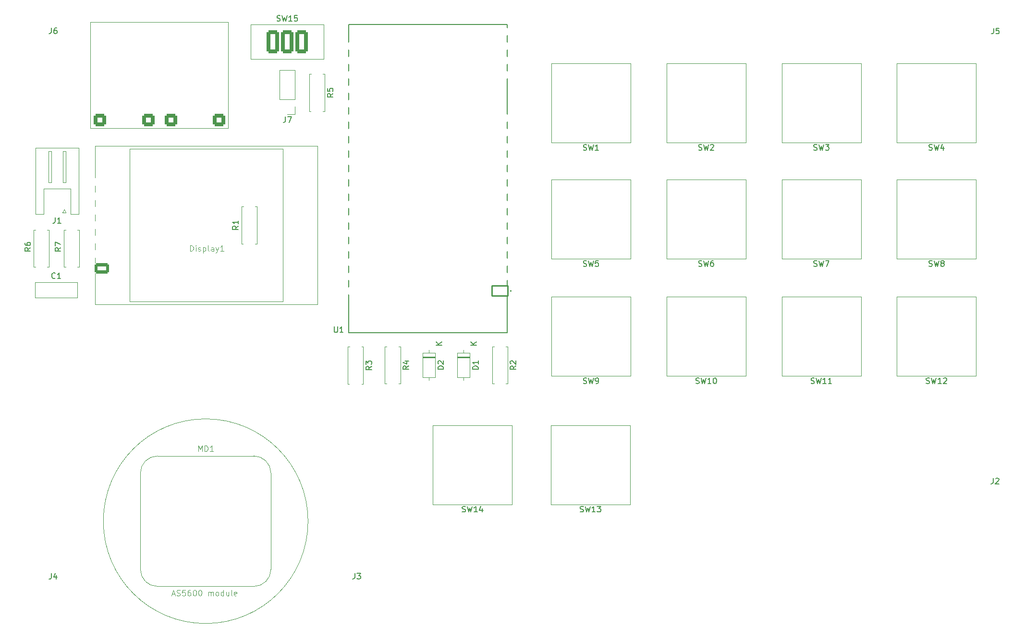
<source format=gbr>
%TF.GenerationSoftware,KiCad,Pcbnew,9.0.0*%
%TF.CreationDate,2025-06-20T14:44:33+02:00*%
%TF.ProjectId,MacroDecKnob,4d616372-6f44-4656-934b-6e6f622e6b69,rev?*%
%TF.SameCoordinates,Original*%
%TF.FileFunction,Legend,Top*%
%TF.FilePolarity,Positive*%
%FSLAX46Y46*%
G04 Gerber Fmt 4.6, Leading zero omitted, Abs format (unit mm)*
G04 Created by KiCad (PCBNEW 9.0.0) date 2025-06-20 14:44:33*
%MOMM*%
%LPD*%
G01*
G04 APERTURE LIST*
G04 Aperture macros list*
%AMRoundRect*
0 Rectangle with rounded corners*
0 $1 Rounding radius*
0 $2 $3 $4 $5 $6 $7 $8 $9 X,Y pos of 4 corners*
0 Add a 4 corners polygon primitive as box body*
4,1,4,$2,$3,$4,$5,$6,$7,$8,$9,$2,$3,0*
0 Add four circle primitives for the rounded corners*
1,1,$1+$1,$2,$3*
1,1,$1+$1,$4,$5*
1,1,$1+$1,$6,$7*
1,1,$1+$1,$8,$9*
0 Add four rect primitives between the rounded corners*
20,1,$1+$1,$2,$3,$4,$5,0*
20,1,$1+$1,$4,$5,$6,$7,0*
20,1,$1+$1,$6,$7,$8,$9,0*
20,1,$1+$1,$8,$9,$2,$3,0*%
G04 Aperture macros list end*
%ADD10C,0.150000*%
%ADD11C,0.100000*%
%ADD12C,0.120000*%
%ADD13C,0.127000*%
%ADD14C,0.200000*%
%ADD15C,2.200000*%
%ADD16C,4.000000*%
%ADD17C,3.000000*%
%ADD18R,2.500000X1.800000*%
%ADD19O,2.500000X1.800000*%
%ADD20RoundRect,0.102000X1.400000X0.900000X-1.400000X0.900000X-1.400000X-0.900000X1.400000X-0.900000X0*%
%ADD21O,3.004000X2.004000*%
%ADD22C,3.200000*%
%ADD23RoundRect,0.264706X0.985294X-0.635294X0.985294X0.635294X-0.985294X0.635294X-0.985294X-0.635294X0*%
%ADD24O,2.800000X1.800000*%
%ADD25R,1.800000X2.800000*%
%ADD26O,1.800000X2.800000*%
%ADD27C,4.500000*%
%ADD28R,2.200000X2.200000*%
%ADD29RoundRect,0.330000X0.770000X0.770000X-0.770000X0.770000X-0.770000X-0.770000X0.770000X-0.770000X0*%
%ADD30C,5.600000*%
%ADD31RoundRect,0.343750X-0.756250X-1.656250X0.756250X-1.656250X0.756250X1.656250X-0.756250X1.656250X0*%
G04 APERTURE END LIST*
D10*
X123373219Y-95416666D02*
X122897028Y-95749999D01*
X123373219Y-95988094D02*
X122373219Y-95988094D01*
X122373219Y-95988094D02*
X122373219Y-95607142D01*
X122373219Y-95607142D02*
X122420838Y-95511904D01*
X122420838Y-95511904D02*
X122468457Y-95464285D01*
X122468457Y-95464285D02*
X122563695Y-95416666D01*
X122563695Y-95416666D02*
X122706552Y-95416666D01*
X122706552Y-95416666D02*
X122801790Y-95464285D01*
X122801790Y-95464285D02*
X122849409Y-95511904D01*
X122849409Y-95511904D02*
X122897028Y-95607142D01*
X122897028Y-95607142D02*
X122897028Y-95988094D01*
X122706552Y-94559523D02*
X123373219Y-94559523D01*
X122325600Y-94797618D02*
X123039885Y-95035713D01*
X123039885Y-95035713D02*
X123039885Y-94416666D01*
X174468534Y-57291200D02*
X174611391Y-57338819D01*
X174611391Y-57338819D02*
X174849486Y-57338819D01*
X174849486Y-57338819D02*
X174944724Y-57291200D01*
X174944724Y-57291200D02*
X174992343Y-57243580D01*
X174992343Y-57243580D02*
X175039962Y-57148342D01*
X175039962Y-57148342D02*
X175039962Y-57053104D01*
X175039962Y-57053104D02*
X174992343Y-56957866D01*
X174992343Y-56957866D02*
X174944724Y-56910247D01*
X174944724Y-56910247D02*
X174849486Y-56862628D01*
X174849486Y-56862628D02*
X174659010Y-56815009D01*
X174659010Y-56815009D02*
X174563772Y-56767390D01*
X174563772Y-56767390D02*
X174516153Y-56719771D01*
X174516153Y-56719771D02*
X174468534Y-56624533D01*
X174468534Y-56624533D02*
X174468534Y-56529295D01*
X174468534Y-56529295D02*
X174516153Y-56434057D01*
X174516153Y-56434057D02*
X174563772Y-56386438D01*
X174563772Y-56386438D02*
X174659010Y-56338819D01*
X174659010Y-56338819D02*
X174897105Y-56338819D01*
X174897105Y-56338819D02*
X175039962Y-56386438D01*
X175373296Y-56338819D02*
X175611391Y-57338819D01*
X175611391Y-57338819D02*
X175801867Y-56624533D01*
X175801867Y-56624533D02*
X175992343Y-57338819D01*
X175992343Y-57338819D02*
X176230439Y-56338819D01*
X176563772Y-56434057D02*
X176611391Y-56386438D01*
X176611391Y-56386438D02*
X176706629Y-56338819D01*
X176706629Y-56338819D02*
X176944724Y-56338819D01*
X176944724Y-56338819D02*
X177039962Y-56386438D01*
X177039962Y-56386438D02*
X177087581Y-56434057D01*
X177087581Y-56434057D02*
X177135200Y-56529295D01*
X177135200Y-56529295D02*
X177135200Y-56624533D01*
X177135200Y-56624533D02*
X177087581Y-56767390D01*
X177087581Y-56767390D02*
X176516153Y-57338819D01*
X176516153Y-57338819D02*
X177135200Y-57338819D01*
X101634266Y-51438619D02*
X101634266Y-52152904D01*
X101634266Y-52152904D02*
X101586647Y-52295761D01*
X101586647Y-52295761D02*
X101491409Y-52391000D01*
X101491409Y-52391000D02*
X101348552Y-52438619D01*
X101348552Y-52438619D02*
X101253314Y-52438619D01*
X102015219Y-51438619D02*
X102681885Y-51438619D01*
X102681885Y-51438619D02*
X102253314Y-52438619D01*
X215074667Y-77775600D02*
X215217524Y-77823219D01*
X215217524Y-77823219D02*
X215455619Y-77823219D01*
X215455619Y-77823219D02*
X215550857Y-77775600D01*
X215550857Y-77775600D02*
X215598476Y-77727980D01*
X215598476Y-77727980D02*
X215646095Y-77632742D01*
X215646095Y-77632742D02*
X215646095Y-77537504D01*
X215646095Y-77537504D02*
X215598476Y-77442266D01*
X215598476Y-77442266D02*
X215550857Y-77394647D01*
X215550857Y-77394647D02*
X215455619Y-77347028D01*
X215455619Y-77347028D02*
X215265143Y-77299409D01*
X215265143Y-77299409D02*
X215169905Y-77251790D01*
X215169905Y-77251790D02*
X215122286Y-77204171D01*
X215122286Y-77204171D02*
X215074667Y-77108933D01*
X215074667Y-77108933D02*
X215074667Y-77013695D01*
X215074667Y-77013695D02*
X215122286Y-76918457D01*
X215122286Y-76918457D02*
X215169905Y-76870838D01*
X215169905Y-76870838D02*
X215265143Y-76823219D01*
X215265143Y-76823219D02*
X215503238Y-76823219D01*
X215503238Y-76823219D02*
X215646095Y-76870838D01*
X215979429Y-76823219D02*
X216217524Y-77823219D01*
X216217524Y-77823219D02*
X216408000Y-77108933D01*
X216408000Y-77108933D02*
X216598476Y-77823219D01*
X216598476Y-77823219D02*
X216836572Y-76823219D01*
X217360381Y-77251790D02*
X217265143Y-77204171D01*
X217265143Y-77204171D02*
X217217524Y-77156552D01*
X217217524Y-77156552D02*
X217169905Y-77061314D01*
X217169905Y-77061314D02*
X217169905Y-77013695D01*
X217169905Y-77013695D02*
X217217524Y-76918457D01*
X217217524Y-76918457D02*
X217265143Y-76870838D01*
X217265143Y-76870838D02*
X217360381Y-76823219D01*
X217360381Y-76823219D02*
X217550857Y-76823219D01*
X217550857Y-76823219D02*
X217646095Y-76870838D01*
X217646095Y-76870838D02*
X217693714Y-76918457D01*
X217693714Y-76918457D02*
X217741333Y-77013695D01*
X217741333Y-77013695D02*
X217741333Y-77061314D01*
X217741333Y-77061314D02*
X217693714Y-77156552D01*
X217693714Y-77156552D02*
X217646095Y-77204171D01*
X217646095Y-77204171D02*
X217550857Y-77251790D01*
X217550857Y-77251790D02*
X217360381Y-77251790D01*
X217360381Y-77251790D02*
X217265143Y-77299409D01*
X217265143Y-77299409D02*
X217217524Y-77347028D01*
X217217524Y-77347028D02*
X217169905Y-77442266D01*
X217169905Y-77442266D02*
X217169905Y-77632742D01*
X217169905Y-77632742D02*
X217217524Y-77727980D01*
X217217524Y-77727980D02*
X217265143Y-77775600D01*
X217265143Y-77775600D02*
X217360381Y-77823219D01*
X217360381Y-77823219D02*
X217550857Y-77823219D01*
X217550857Y-77823219D02*
X217646095Y-77775600D01*
X217646095Y-77775600D02*
X217693714Y-77727980D01*
X217693714Y-77727980D02*
X217741333Y-77632742D01*
X217741333Y-77632742D02*
X217741333Y-77442266D01*
X217741333Y-77442266D02*
X217693714Y-77347028D01*
X217693714Y-77347028D02*
X217646095Y-77299409D01*
X217646095Y-77299409D02*
X217550857Y-77251790D01*
X110237801Y-88454612D02*
X110237801Y-89264448D01*
X110237801Y-89264448D02*
X110285438Y-89359723D01*
X110285438Y-89359723D02*
X110333076Y-89407361D01*
X110333076Y-89407361D02*
X110428350Y-89454998D01*
X110428350Y-89454998D02*
X110618900Y-89454998D01*
X110618900Y-89454998D02*
X110714175Y-89407361D01*
X110714175Y-89407361D02*
X110761812Y-89359723D01*
X110761812Y-89359723D02*
X110809450Y-89264448D01*
X110809450Y-89264448D02*
X110809450Y-88454612D01*
X111809835Y-89454998D02*
X111238186Y-89454998D01*
X111524011Y-89454998D02*
X111524011Y-88454612D01*
X111524011Y-88454612D02*
X111428736Y-88597524D01*
X111428736Y-88597524D02*
X111333461Y-88692799D01*
X111333461Y-88692799D02*
X111238186Y-88740437D01*
D11*
X84828428Y-75141419D02*
X84828428Y-74141419D01*
X84828428Y-74141419D02*
X85066523Y-74141419D01*
X85066523Y-74141419D02*
X85209380Y-74189038D01*
X85209380Y-74189038D02*
X85304618Y-74284276D01*
X85304618Y-74284276D02*
X85352237Y-74379514D01*
X85352237Y-74379514D02*
X85399856Y-74569990D01*
X85399856Y-74569990D02*
X85399856Y-74712847D01*
X85399856Y-74712847D02*
X85352237Y-74903323D01*
X85352237Y-74903323D02*
X85304618Y-74998561D01*
X85304618Y-74998561D02*
X85209380Y-75093800D01*
X85209380Y-75093800D02*
X85066523Y-75141419D01*
X85066523Y-75141419D02*
X84828428Y-75141419D01*
X85828428Y-75141419D02*
X85828428Y-74474752D01*
X85828428Y-74141419D02*
X85780809Y-74189038D01*
X85780809Y-74189038D02*
X85828428Y-74236657D01*
X85828428Y-74236657D02*
X85876047Y-74189038D01*
X85876047Y-74189038D02*
X85828428Y-74141419D01*
X85828428Y-74141419D02*
X85828428Y-74236657D01*
X86256999Y-75093800D02*
X86352237Y-75141419D01*
X86352237Y-75141419D02*
X86542713Y-75141419D01*
X86542713Y-75141419D02*
X86637951Y-75093800D01*
X86637951Y-75093800D02*
X86685570Y-74998561D01*
X86685570Y-74998561D02*
X86685570Y-74950942D01*
X86685570Y-74950942D02*
X86637951Y-74855704D01*
X86637951Y-74855704D02*
X86542713Y-74808085D01*
X86542713Y-74808085D02*
X86399856Y-74808085D01*
X86399856Y-74808085D02*
X86304618Y-74760466D01*
X86304618Y-74760466D02*
X86256999Y-74665228D01*
X86256999Y-74665228D02*
X86256999Y-74617609D01*
X86256999Y-74617609D02*
X86304618Y-74522371D01*
X86304618Y-74522371D02*
X86399856Y-74474752D01*
X86399856Y-74474752D02*
X86542713Y-74474752D01*
X86542713Y-74474752D02*
X86637951Y-74522371D01*
X87114142Y-74474752D02*
X87114142Y-75474752D01*
X87114142Y-74522371D02*
X87209380Y-74474752D01*
X87209380Y-74474752D02*
X87399856Y-74474752D01*
X87399856Y-74474752D02*
X87495094Y-74522371D01*
X87495094Y-74522371D02*
X87542713Y-74569990D01*
X87542713Y-74569990D02*
X87590332Y-74665228D01*
X87590332Y-74665228D02*
X87590332Y-74950942D01*
X87590332Y-74950942D02*
X87542713Y-75046180D01*
X87542713Y-75046180D02*
X87495094Y-75093800D01*
X87495094Y-75093800D02*
X87399856Y-75141419D01*
X87399856Y-75141419D02*
X87209380Y-75141419D01*
X87209380Y-75141419D02*
X87114142Y-75093800D01*
X88161761Y-75141419D02*
X88066523Y-75093800D01*
X88066523Y-75093800D02*
X88018904Y-74998561D01*
X88018904Y-74998561D02*
X88018904Y-74141419D01*
X88971285Y-75141419D02*
X88971285Y-74617609D01*
X88971285Y-74617609D02*
X88923666Y-74522371D01*
X88923666Y-74522371D02*
X88828428Y-74474752D01*
X88828428Y-74474752D02*
X88637952Y-74474752D01*
X88637952Y-74474752D02*
X88542714Y-74522371D01*
X88971285Y-75093800D02*
X88876047Y-75141419D01*
X88876047Y-75141419D02*
X88637952Y-75141419D01*
X88637952Y-75141419D02*
X88542714Y-75093800D01*
X88542714Y-75093800D02*
X88495095Y-74998561D01*
X88495095Y-74998561D02*
X88495095Y-74903323D01*
X88495095Y-74903323D02*
X88542714Y-74808085D01*
X88542714Y-74808085D02*
X88637952Y-74760466D01*
X88637952Y-74760466D02*
X88876047Y-74760466D01*
X88876047Y-74760466D02*
X88971285Y-74712847D01*
X89352238Y-74474752D02*
X89590333Y-75141419D01*
X89828428Y-74474752D02*
X89590333Y-75141419D01*
X89590333Y-75141419D02*
X89495095Y-75379514D01*
X89495095Y-75379514D02*
X89447476Y-75427133D01*
X89447476Y-75427133D02*
X89352238Y-75474752D01*
X90733190Y-75141419D02*
X90161762Y-75141419D01*
X90447476Y-75141419D02*
X90447476Y-74141419D01*
X90447476Y-74141419D02*
X90352238Y-74284276D01*
X90352238Y-74284276D02*
X90257000Y-74379514D01*
X90257000Y-74379514D02*
X90161762Y-74427133D01*
D10*
X173992343Y-98451200D02*
X174135200Y-98498819D01*
X174135200Y-98498819D02*
X174373295Y-98498819D01*
X174373295Y-98498819D02*
X174468533Y-98451200D01*
X174468533Y-98451200D02*
X174516152Y-98403580D01*
X174516152Y-98403580D02*
X174563771Y-98308342D01*
X174563771Y-98308342D02*
X174563771Y-98213104D01*
X174563771Y-98213104D02*
X174516152Y-98117866D01*
X174516152Y-98117866D02*
X174468533Y-98070247D01*
X174468533Y-98070247D02*
X174373295Y-98022628D01*
X174373295Y-98022628D02*
X174182819Y-97975009D01*
X174182819Y-97975009D02*
X174087581Y-97927390D01*
X174087581Y-97927390D02*
X174039962Y-97879771D01*
X174039962Y-97879771D02*
X173992343Y-97784533D01*
X173992343Y-97784533D02*
X173992343Y-97689295D01*
X173992343Y-97689295D02*
X174039962Y-97594057D01*
X174039962Y-97594057D02*
X174087581Y-97546438D01*
X174087581Y-97546438D02*
X174182819Y-97498819D01*
X174182819Y-97498819D02*
X174420914Y-97498819D01*
X174420914Y-97498819D02*
X174563771Y-97546438D01*
X174897105Y-97498819D02*
X175135200Y-98498819D01*
X175135200Y-98498819D02*
X175325676Y-97784533D01*
X175325676Y-97784533D02*
X175516152Y-98498819D01*
X175516152Y-98498819D02*
X175754248Y-97498819D01*
X176659009Y-98498819D02*
X176087581Y-98498819D01*
X176373295Y-98498819D02*
X176373295Y-97498819D01*
X176373295Y-97498819D02*
X176278057Y-97641676D01*
X176278057Y-97641676D02*
X176182819Y-97736914D01*
X176182819Y-97736914D02*
X176087581Y-97784533D01*
X177278057Y-97498819D02*
X177373295Y-97498819D01*
X177373295Y-97498819D02*
X177468533Y-97546438D01*
X177468533Y-97546438D02*
X177516152Y-97594057D01*
X177516152Y-97594057D02*
X177563771Y-97689295D01*
X177563771Y-97689295D02*
X177611390Y-97879771D01*
X177611390Y-97879771D02*
X177611390Y-98117866D01*
X177611390Y-98117866D02*
X177563771Y-98308342D01*
X177563771Y-98308342D02*
X177516152Y-98403580D01*
X177516152Y-98403580D02*
X177468533Y-98451200D01*
X177468533Y-98451200D02*
X177373295Y-98498819D01*
X177373295Y-98498819D02*
X177278057Y-98498819D01*
X177278057Y-98498819D02*
X177182819Y-98451200D01*
X177182819Y-98451200D02*
X177135200Y-98403580D01*
X177135200Y-98403580D02*
X177087581Y-98308342D01*
X177087581Y-98308342D02*
X177039962Y-98117866D01*
X177039962Y-98117866D02*
X177039962Y-97879771D01*
X177039962Y-97879771D02*
X177087581Y-97689295D01*
X177087581Y-97689295D02*
X177135200Y-97594057D01*
X177135200Y-97594057D02*
X177182819Y-97546438D01*
X177182819Y-97546438D02*
X177278057Y-97498819D01*
X116820019Y-95467466D02*
X116343828Y-95800799D01*
X116820019Y-96038894D02*
X115820019Y-96038894D01*
X115820019Y-96038894D02*
X115820019Y-95657942D01*
X115820019Y-95657942D02*
X115867638Y-95562704D01*
X115867638Y-95562704D02*
X115915257Y-95515085D01*
X115915257Y-95515085D02*
X116010495Y-95467466D01*
X116010495Y-95467466D02*
X116153352Y-95467466D01*
X116153352Y-95467466D02*
X116248590Y-95515085D01*
X116248590Y-95515085D02*
X116296209Y-95562704D01*
X116296209Y-95562704D02*
X116343828Y-95657942D01*
X116343828Y-95657942D02*
X116343828Y-96038894D01*
X115820019Y-95134132D02*
X115820019Y-94515085D01*
X115820019Y-94515085D02*
X116200971Y-94848418D01*
X116200971Y-94848418D02*
X116200971Y-94705561D01*
X116200971Y-94705561D02*
X116248590Y-94610323D01*
X116248590Y-94610323D02*
X116296209Y-94562704D01*
X116296209Y-94562704D02*
X116391447Y-94515085D01*
X116391447Y-94515085D02*
X116629542Y-94515085D01*
X116629542Y-94515085D02*
X116724780Y-94562704D01*
X116724780Y-94562704D02*
X116772400Y-94610323D01*
X116772400Y-94610323D02*
X116820019Y-94705561D01*
X116820019Y-94705561D02*
X116820019Y-94991275D01*
X116820019Y-94991275D02*
X116772400Y-95086513D01*
X116772400Y-95086513D02*
X116724780Y-95134132D01*
X61046079Y-69200021D02*
X61046079Y-69914306D01*
X61046079Y-69914306D02*
X60998460Y-70057163D01*
X60998460Y-70057163D02*
X60903222Y-70152402D01*
X60903222Y-70152402D02*
X60760365Y-70200021D01*
X60760365Y-70200021D02*
X60665127Y-70200021D01*
X62046079Y-70200021D02*
X61474651Y-70200021D01*
X61760365Y-70200021D02*
X61760365Y-69200021D01*
X61760365Y-69200021D02*
X61665127Y-69342878D01*
X61665127Y-69342878D02*
X61569889Y-69438116D01*
X61569889Y-69438116D02*
X61474651Y-69485735D01*
D11*
X86265476Y-110430819D02*
X86265476Y-109430819D01*
X86265476Y-109430819D02*
X86598809Y-110145104D01*
X86598809Y-110145104D02*
X86932142Y-109430819D01*
X86932142Y-109430819D02*
X86932142Y-110430819D01*
X87408333Y-110430819D02*
X87408333Y-109430819D01*
X87408333Y-109430819D02*
X87646428Y-109430819D01*
X87646428Y-109430819D02*
X87789285Y-109478438D01*
X87789285Y-109478438D02*
X87884523Y-109573676D01*
X87884523Y-109573676D02*
X87932142Y-109668914D01*
X87932142Y-109668914D02*
X87979761Y-109859390D01*
X87979761Y-109859390D02*
X87979761Y-110002247D01*
X87979761Y-110002247D02*
X87932142Y-110192723D01*
X87932142Y-110192723D02*
X87884523Y-110287961D01*
X87884523Y-110287961D02*
X87789285Y-110383200D01*
X87789285Y-110383200D02*
X87646428Y-110430819D01*
X87646428Y-110430819D02*
X87408333Y-110430819D01*
X88932142Y-110430819D02*
X88360714Y-110430819D01*
X88646428Y-110430819D02*
X88646428Y-109430819D01*
X88646428Y-109430819D02*
X88551190Y-109573676D01*
X88551190Y-109573676D02*
X88455952Y-109668914D01*
X88455952Y-109668914D02*
X88360714Y-109716533D01*
X81633665Y-135620504D02*
X82109855Y-135620504D01*
X81538427Y-135906219D02*
X81871760Y-134906219D01*
X81871760Y-134906219D02*
X82205093Y-135906219D01*
X82490808Y-135858600D02*
X82633665Y-135906219D01*
X82633665Y-135906219D02*
X82871760Y-135906219D01*
X82871760Y-135906219D02*
X82966998Y-135858600D01*
X82966998Y-135858600D02*
X83014617Y-135810980D01*
X83014617Y-135810980D02*
X83062236Y-135715742D01*
X83062236Y-135715742D02*
X83062236Y-135620504D01*
X83062236Y-135620504D02*
X83014617Y-135525266D01*
X83014617Y-135525266D02*
X82966998Y-135477647D01*
X82966998Y-135477647D02*
X82871760Y-135430028D01*
X82871760Y-135430028D02*
X82681284Y-135382409D01*
X82681284Y-135382409D02*
X82586046Y-135334790D01*
X82586046Y-135334790D02*
X82538427Y-135287171D01*
X82538427Y-135287171D02*
X82490808Y-135191933D01*
X82490808Y-135191933D02*
X82490808Y-135096695D01*
X82490808Y-135096695D02*
X82538427Y-135001457D01*
X82538427Y-135001457D02*
X82586046Y-134953838D01*
X82586046Y-134953838D02*
X82681284Y-134906219D01*
X82681284Y-134906219D02*
X82919379Y-134906219D01*
X82919379Y-134906219D02*
X83062236Y-134953838D01*
X83966998Y-134906219D02*
X83490808Y-134906219D01*
X83490808Y-134906219D02*
X83443189Y-135382409D01*
X83443189Y-135382409D02*
X83490808Y-135334790D01*
X83490808Y-135334790D02*
X83586046Y-135287171D01*
X83586046Y-135287171D02*
X83824141Y-135287171D01*
X83824141Y-135287171D02*
X83919379Y-135334790D01*
X83919379Y-135334790D02*
X83966998Y-135382409D01*
X83966998Y-135382409D02*
X84014617Y-135477647D01*
X84014617Y-135477647D02*
X84014617Y-135715742D01*
X84014617Y-135715742D02*
X83966998Y-135810980D01*
X83966998Y-135810980D02*
X83919379Y-135858600D01*
X83919379Y-135858600D02*
X83824141Y-135906219D01*
X83824141Y-135906219D02*
X83586046Y-135906219D01*
X83586046Y-135906219D02*
X83490808Y-135858600D01*
X83490808Y-135858600D02*
X83443189Y-135810980D01*
X84871760Y-134906219D02*
X84681284Y-134906219D01*
X84681284Y-134906219D02*
X84586046Y-134953838D01*
X84586046Y-134953838D02*
X84538427Y-135001457D01*
X84538427Y-135001457D02*
X84443189Y-135144314D01*
X84443189Y-135144314D02*
X84395570Y-135334790D01*
X84395570Y-135334790D02*
X84395570Y-135715742D01*
X84395570Y-135715742D02*
X84443189Y-135810980D01*
X84443189Y-135810980D02*
X84490808Y-135858600D01*
X84490808Y-135858600D02*
X84586046Y-135906219D01*
X84586046Y-135906219D02*
X84776522Y-135906219D01*
X84776522Y-135906219D02*
X84871760Y-135858600D01*
X84871760Y-135858600D02*
X84919379Y-135810980D01*
X84919379Y-135810980D02*
X84966998Y-135715742D01*
X84966998Y-135715742D02*
X84966998Y-135477647D01*
X84966998Y-135477647D02*
X84919379Y-135382409D01*
X84919379Y-135382409D02*
X84871760Y-135334790D01*
X84871760Y-135334790D02*
X84776522Y-135287171D01*
X84776522Y-135287171D02*
X84586046Y-135287171D01*
X84586046Y-135287171D02*
X84490808Y-135334790D01*
X84490808Y-135334790D02*
X84443189Y-135382409D01*
X84443189Y-135382409D02*
X84395570Y-135477647D01*
X85586046Y-134906219D02*
X85681284Y-134906219D01*
X85681284Y-134906219D02*
X85776522Y-134953838D01*
X85776522Y-134953838D02*
X85824141Y-135001457D01*
X85824141Y-135001457D02*
X85871760Y-135096695D01*
X85871760Y-135096695D02*
X85919379Y-135287171D01*
X85919379Y-135287171D02*
X85919379Y-135525266D01*
X85919379Y-135525266D02*
X85871760Y-135715742D01*
X85871760Y-135715742D02*
X85824141Y-135810980D01*
X85824141Y-135810980D02*
X85776522Y-135858600D01*
X85776522Y-135858600D02*
X85681284Y-135906219D01*
X85681284Y-135906219D02*
X85586046Y-135906219D01*
X85586046Y-135906219D02*
X85490808Y-135858600D01*
X85490808Y-135858600D02*
X85443189Y-135810980D01*
X85443189Y-135810980D02*
X85395570Y-135715742D01*
X85395570Y-135715742D02*
X85347951Y-135525266D01*
X85347951Y-135525266D02*
X85347951Y-135287171D01*
X85347951Y-135287171D02*
X85395570Y-135096695D01*
X85395570Y-135096695D02*
X85443189Y-135001457D01*
X85443189Y-135001457D02*
X85490808Y-134953838D01*
X85490808Y-134953838D02*
X85586046Y-134906219D01*
X86538427Y-134906219D02*
X86633665Y-134906219D01*
X86633665Y-134906219D02*
X86728903Y-134953838D01*
X86728903Y-134953838D02*
X86776522Y-135001457D01*
X86776522Y-135001457D02*
X86824141Y-135096695D01*
X86824141Y-135096695D02*
X86871760Y-135287171D01*
X86871760Y-135287171D02*
X86871760Y-135525266D01*
X86871760Y-135525266D02*
X86824141Y-135715742D01*
X86824141Y-135715742D02*
X86776522Y-135810980D01*
X86776522Y-135810980D02*
X86728903Y-135858600D01*
X86728903Y-135858600D02*
X86633665Y-135906219D01*
X86633665Y-135906219D02*
X86538427Y-135906219D01*
X86538427Y-135906219D02*
X86443189Y-135858600D01*
X86443189Y-135858600D02*
X86395570Y-135810980D01*
X86395570Y-135810980D02*
X86347951Y-135715742D01*
X86347951Y-135715742D02*
X86300332Y-135525266D01*
X86300332Y-135525266D02*
X86300332Y-135287171D01*
X86300332Y-135287171D02*
X86347951Y-135096695D01*
X86347951Y-135096695D02*
X86395570Y-135001457D01*
X86395570Y-135001457D02*
X86443189Y-134953838D01*
X86443189Y-134953838D02*
X86538427Y-134906219D01*
X88062237Y-135906219D02*
X88062237Y-135239552D01*
X88062237Y-135334790D02*
X88109856Y-135287171D01*
X88109856Y-135287171D02*
X88205094Y-135239552D01*
X88205094Y-135239552D02*
X88347951Y-135239552D01*
X88347951Y-135239552D02*
X88443189Y-135287171D01*
X88443189Y-135287171D02*
X88490808Y-135382409D01*
X88490808Y-135382409D02*
X88490808Y-135906219D01*
X88490808Y-135382409D02*
X88538427Y-135287171D01*
X88538427Y-135287171D02*
X88633665Y-135239552D01*
X88633665Y-135239552D02*
X88776522Y-135239552D01*
X88776522Y-135239552D02*
X88871761Y-135287171D01*
X88871761Y-135287171D02*
X88919380Y-135382409D01*
X88919380Y-135382409D02*
X88919380Y-135906219D01*
X89538427Y-135906219D02*
X89443189Y-135858600D01*
X89443189Y-135858600D02*
X89395570Y-135810980D01*
X89395570Y-135810980D02*
X89347951Y-135715742D01*
X89347951Y-135715742D02*
X89347951Y-135430028D01*
X89347951Y-135430028D02*
X89395570Y-135334790D01*
X89395570Y-135334790D02*
X89443189Y-135287171D01*
X89443189Y-135287171D02*
X89538427Y-135239552D01*
X89538427Y-135239552D02*
X89681284Y-135239552D01*
X89681284Y-135239552D02*
X89776522Y-135287171D01*
X89776522Y-135287171D02*
X89824141Y-135334790D01*
X89824141Y-135334790D02*
X89871760Y-135430028D01*
X89871760Y-135430028D02*
X89871760Y-135715742D01*
X89871760Y-135715742D02*
X89824141Y-135810980D01*
X89824141Y-135810980D02*
X89776522Y-135858600D01*
X89776522Y-135858600D02*
X89681284Y-135906219D01*
X89681284Y-135906219D02*
X89538427Y-135906219D01*
X90728903Y-135906219D02*
X90728903Y-134906219D01*
X90728903Y-135858600D02*
X90633665Y-135906219D01*
X90633665Y-135906219D02*
X90443189Y-135906219D01*
X90443189Y-135906219D02*
X90347951Y-135858600D01*
X90347951Y-135858600D02*
X90300332Y-135810980D01*
X90300332Y-135810980D02*
X90252713Y-135715742D01*
X90252713Y-135715742D02*
X90252713Y-135430028D01*
X90252713Y-135430028D02*
X90300332Y-135334790D01*
X90300332Y-135334790D02*
X90347951Y-135287171D01*
X90347951Y-135287171D02*
X90443189Y-135239552D01*
X90443189Y-135239552D02*
X90633665Y-135239552D01*
X90633665Y-135239552D02*
X90728903Y-135287171D01*
X91633665Y-135239552D02*
X91633665Y-135906219D01*
X91205094Y-135239552D02*
X91205094Y-135763361D01*
X91205094Y-135763361D02*
X91252713Y-135858600D01*
X91252713Y-135858600D02*
X91347951Y-135906219D01*
X91347951Y-135906219D02*
X91490808Y-135906219D01*
X91490808Y-135906219D02*
X91586046Y-135858600D01*
X91586046Y-135858600D02*
X91633665Y-135810980D01*
X92252713Y-135906219D02*
X92157475Y-135858600D01*
X92157475Y-135858600D02*
X92109856Y-135763361D01*
X92109856Y-135763361D02*
X92109856Y-134906219D01*
X93014618Y-135858600D02*
X92919380Y-135906219D01*
X92919380Y-135906219D02*
X92728904Y-135906219D01*
X92728904Y-135906219D02*
X92633666Y-135858600D01*
X92633666Y-135858600D02*
X92586047Y-135763361D01*
X92586047Y-135763361D02*
X92586047Y-135382409D01*
X92586047Y-135382409D02*
X92633666Y-135287171D01*
X92633666Y-135287171D02*
X92728904Y-135239552D01*
X92728904Y-135239552D02*
X92919380Y-135239552D01*
X92919380Y-135239552D02*
X93014618Y-135287171D01*
X93014618Y-135287171D02*
X93062237Y-135382409D01*
X93062237Y-135382409D02*
X93062237Y-135477647D01*
X93062237Y-135477647D02*
X92586047Y-135572885D01*
D10*
X154165467Y-77775600D02*
X154308324Y-77823219D01*
X154308324Y-77823219D02*
X154546419Y-77823219D01*
X154546419Y-77823219D02*
X154641657Y-77775600D01*
X154641657Y-77775600D02*
X154689276Y-77727980D01*
X154689276Y-77727980D02*
X154736895Y-77632742D01*
X154736895Y-77632742D02*
X154736895Y-77537504D01*
X154736895Y-77537504D02*
X154689276Y-77442266D01*
X154689276Y-77442266D02*
X154641657Y-77394647D01*
X154641657Y-77394647D02*
X154546419Y-77347028D01*
X154546419Y-77347028D02*
X154355943Y-77299409D01*
X154355943Y-77299409D02*
X154260705Y-77251790D01*
X154260705Y-77251790D02*
X154213086Y-77204171D01*
X154213086Y-77204171D02*
X154165467Y-77108933D01*
X154165467Y-77108933D02*
X154165467Y-77013695D01*
X154165467Y-77013695D02*
X154213086Y-76918457D01*
X154213086Y-76918457D02*
X154260705Y-76870838D01*
X154260705Y-76870838D02*
X154355943Y-76823219D01*
X154355943Y-76823219D02*
X154594038Y-76823219D01*
X154594038Y-76823219D02*
X154736895Y-76870838D01*
X155070229Y-76823219D02*
X155308324Y-77823219D01*
X155308324Y-77823219D02*
X155498800Y-77108933D01*
X155498800Y-77108933D02*
X155689276Y-77823219D01*
X155689276Y-77823219D02*
X155927372Y-76823219D01*
X156784514Y-76823219D02*
X156308324Y-76823219D01*
X156308324Y-76823219D02*
X156260705Y-77299409D01*
X156260705Y-77299409D02*
X156308324Y-77251790D01*
X156308324Y-77251790D02*
X156403562Y-77204171D01*
X156403562Y-77204171D02*
X156641657Y-77204171D01*
X156641657Y-77204171D02*
X156736895Y-77251790D01*
X156736895Y-77251790D02*
X156784514Y-77299409D01*
X156784514Y-77299409D02*
X156832133Y-77394647D01*
X156832133Y-77394647D02*
X156832133Y-77632742D01*
X156832133Y-77632742D02*
X156784514Y-77727980D01*
X156784514Y-77727980D02*
X156736895Y-77775600D01*
X156736895Y-77775600D02*
X156641657Y-77823219D01*
X156641657Y-77823219D02*
X156403562Y-77823219D01*
X156403562Y-77823219D02*
X156308324Y-77775600D01*
X156308324Y-77775600D02*
X156260705Y-77727980D01*
X132806476Y-121108000D02*
X132949333Y-121155619D01*
X132949333Y-121155619D02*
X133187428Y-121155619D01*
X133187428Y-121155619D02*
X133282666Y-121108000D01*
X133282666Y-121108000D02*
X133330285Y-121060380D01*
X133330285Y-121060380D02*
X133377904Y-120965142D01*
X133377904Y-120965142D02*
X133377904Y-120869904D01*
X133377904Y-120869904D02*
X133330285Y-120774666D01*
X133330285Y-120774666D02*
X133282666Y-120727047D01*
X133282666Y-120727047D02*
X133187428Y-120679428D01*
X133187428Y-120679428D02*
X132996952Y-120631809D01*
X132996952Y-120631809D02*
X132901714Y-120584190D01*
X132901714Y-120584190D02*
X132854095Y-120536571D01*
X132854095Y-120536571D02*
X132806476Y-120441333D01*
X132806476Y-120441333D02*
X132806476Y-120346095D01*
X132806476Y-120346095D02*
X132854095Y-120250857D01*
X132854095Y-120250857D02*
X132901714Y-120203238D01*
X132901714Y-120203238D02*
X132996952Y-120155619D01*
X132996952Y-120155619D02*
X133235047Y-120155619D01*
X133235047Y-120155619D02*
X133377904Y-120203238D01*
X133711238Y-120155619D02*
X133949333Y-121155619D01*
X133949333Y-121155619D02*
X134139809Y-120441333D01*
X134139809Y-120441333D02*
X134330285Y-121155619D01*
X134330285Y-121155619D02*
X134568381Y-120155619D01*
X135473142Y-121155619D02*
X134901714Y-121155619D01*
X135187428Y-121155619D02*
X135187428Y-120155619D01*
X135187428Y-120155619D02*
X135092190Y-120298476D01*
X135092190Y-120298476D02*
X134996952Y-120393714D01*
X134996952Y-120393714D02*
X134901714Y-120441333D01*
X136330285Y-120488952D02*
X136330285Y-121155619D01*
X136092190Y-120108000D02*
X135854095Y-120822285D01*
X135854095Y-120822285D02*
X136473142Y-120822285D01*
X194771600Y-77775600D02*
X194914457Y-77823219D01*
X194914457Y-77823219D02*
X195152552Y-77823219D01*
X195152552Y-77823219D02*
X195247790Y-77775600D01*
X195247790Y-77775600D02*
X195295409Y-77727980D01*
X195295409Y-77727980D02*
X195343028Y-77632742D01*
X195343028Y-77632742D02*
X195343028Y-77537504D01*
X195343028Y-77537504D02*
X195295409Y-77442266D01*
X195295409Y-77442266D02*
X195247790Y-77394647D01*
X195247790Y-77394647D02*
X195152552Y-77347028D01*
X195152552Y-77347028D02*
X194962076Y-77299409D01*
X194962076Y-77299409D02*
X194866838Y-77251790D01*
X194866838Y-77251790D02*
X194819219Y-77204171D01*
X194819219Y-77204171D02*
X194771600Y-77108933D01*
X194771600Y-77108933D02*
X194771600Y-77013695D01*
X194771600Y-77013695D02*
X194819219Y-76918457D01*
X194819219Y-76918457D02*
X194866838Y-76870838D01*
X194866838Y-76870838D02*
X194962076Y-76823219D01*
X194962076Y-76823219D02*
X195200171Y-76823219D01*
X195200171Y-76823219D02*
X195343028Y-76870838D01*
X195676362Y-76823219D02*
X195914457Y-77823219D01*
X195914457Y-77823219D02*
X196104933Y-77108933D01*
X196104933Y-77108933D02*
X196295409Y-77823219D01*
X196295409Y-77823219D02*
X196533505Y-76823219D01*
X196819219Y-76823219D02*
X197485885Y-76823219D01*
X197485885Y-76823219D02*
X197057314Y-77823219D01*
X129494619Y-95988094D02*
X128494619Y-95988094D01*
X128494619Y-95988094D02*
X128494619Y-95749999D01*
X128494619Y-95749999D02*
X128542238Y-95607142D01*
X128542238Y-95607142D02*
X128637476Y-95511904D01*
X128637476Y-95511904D02*
X128732714Y-95464285D01*
X128732714Y-95464285D02*
X128923190Y-95416666D01*
X128923190Y-95416666D02*
X129066047Y-95416666D01*
X129066047Y-95416666D02*
X129256523Y-95464285D01*
X129256523Y-95464285D02*
X129351761Y-95511904D01*
X129351761Y-95511904D02*
X129447000Y-95607142D01*
X129447000Y-95607142D02*
X129494619Y-95749999D01*
X129494619Y-95749999D02*
X129494619Y-95988094D01*
X128589857Y-95035713D02*
X128542238Y-94988094D01*
X128542238Y-94988094D02*
X128494619Y-94892856D01*
X128494619Y-94892856D02*
X128494619Y-94654761D01*
X128494619Y-94654761D02*
X128542238Y-94559523D01*
X128542238Y-94559523D02*
X128589857Y-94511904D01*
X128589857Y-94511904D02*
X128685095Y-94464285D01*
X128685095Y-94464285D02*
X128780333Y-94464285D01*
X128780333Y-94464285D02*
X128923190Y-94511904D01*
X128923190Y-94511904D02*
X129494619Y-95083332D01*
X129494619Y-95083332D02*
X129494619Y-94464285D01*
X129174619Y-91701904D02*
X128174619Y-91701904D01*
X129174619Y-91130476D02*
X128603190Y-91559047D01*
X128174619Y-91130476D02*
X128746047Y-91701904D01*
X214598476Y-98451200D02*
X214741333Y-98498819D01*
X214741333Y-98498819D02*
X214979428Y-98498819D01*
X214979428Y-98498819D02*
X215074666Y-98451200D01*
X215074666Y-98451200D02*
X215122285Y-98403580D01*
X215122285Y-98403580D02*
X215169904Y-98308342D01*
X215169904Y-98308342D02*
X215169904Y-98213104D01*
X215169904Y-98213104D02*
X215122285Y-98117866D01*
X215122285Y-98117866D02*
X215074666Y-98070247D01*
X215074666Y-98070247D02*
X214979428Y-98022628D01*
X214979428Y-98022628D02*
X214788952Y-97975009D01*
X214788952Y-97975009D02*
X214693714Y-97927390D01*
X214693714Y-97927390D02*
X214646095Y-97879771D01*
X214646095Y-97879771D02*
X214598476Y-97784533D01*
X214598476Y-97784533D02*
X214598476Y-97689295D01*
X214598476Y-97689295D02*
X214646095Y-97594057D01*
X214646095Y-97594057D02*
X214693714Y-97546438D01*
X214693714Y-97546438D02*
X214788952Y-97498819D01*
X214788952Y-97498819D02*
X215027047Y-97498819D01*
X215027047Y-97498819D02*
X215169904Y-97546438D01*
X215503238Y-97498819D02*
X215741333Y-98498819D01*
X215741333Y-98498819D02*
X215931809Y-97784533D01*
X215931809Y-97784533D02*
X216122285Y-98498819D01*
X216122285Y-98498819D02*
X216360381Y-97498819D01*
X217265142Y-98498819D02*
X216693714Y-98498819D01*
X216979428Y-98498819D02*
X216979428Y-97498819D01*
X216979428Y-97498819D02*
X216884190Y-97641676D01*
X216884190Y-97641676D02*
X216788952Y-97736914D01*
X216788952Y-97736914D02*
X216693714Y-97784533D01*
X217646095Y-97594057D02*
X217693714Y-97546438D01*
X217693714Y-97546438D02*
X217788952Y-97498819D01*
X217788952Y-97498819D02*
X218027047Y-97498819D01*
X218027047Y-97498819D02*
X218122285Y-97546438D01*
X218122285Y-97546438D02*
X218169904Y-97594057D01*
X218169904Y-97594057D02*
X218217523Y-97689295D01*
X218217523Y-97689295D02*
X218217523Y-97784533D01*
X218217523Y-97784533D02*
X218169904Y-97927390D01*
X218169904Y-97927390D02*
X217598476Y-98498819D01*
X217598476Y-98498819D02*
X218217523Y-98498819D01*
X153587676Y-121108000D02*
X153730533Y-121155619D01*
X153730533Y-121155619D02*
X153968628Y-121155619D01*
X153968628Y-121155619D02*
X154063866Y-121108000D01*
X154063866Y-121108000D02*
X154111485Y-121060380D01*
X154111485Y-121060380D02*
X154159104Y-120965142D01*
X154159104Y-120965142D02*
X154159104Y-120869904D01*
X154159104Y-120869904D02*
X154111485Y-120774666D01*
X154111485Y-120774666D02*
X154063866Y-120727047D01*
X154063866Y-120727047D02*
X153968628Y-120679428D01*
X153968628Y-120679428D02*
X153778152Y-120631809D01*
X153778152Y-120631809D02*
X153682914Y-120584190D01*
X153682914Y-120584190D02*
X153635295Y-120536571D01*
X153635295Y-120536571D02*
X153587676Y-120441333D01*
X153587676Y-120441333D02*
X153587676Y-120346095D01*
X153587676Y-120346095D02*
X153635295Y-120250857D01*
X153635295Y-120250857D02*
X153682914Y-120203238D01*
X153682914Y-120203238D02*
X153778152Y-120155619D01*
X153778152Y-120155619D02*
X154016247Y-120155619D01*
X154016247Y-120155619D02*
X154159104Y-120203238D01*
X154492438Y-120155619D02*
X154730533Y-121155619D01*
X154730533Y-121155619D02*
X154921009Y-120441333D01*
X154921009Y-120441333D02*
X155111485Y-121155619D01*
X155111485Y-121155619D02*
X155349581Y-120155619D01*
X156254342Y-121155619D02*
X155682914Y-121155619D01*
X155968628Y-121155619D02*
X155968628Y-120155619D01*
X155968628Y-120155619D02*
X155873390Y-120298476D01*
X155873390Y-120298476D02*
X155778152Y-120393714D01*
X155778152Y-120393714D02*
X155682914Y-120441333D01*
X156587676Y-120155619D02*
X157206723Y-120155619D01*
X157206723Y-120155619D02*
X156873390Y-120536571D01*
X156873390Y-120536571D02*
X157016247Y-120536571D01*
X157016247Y-120536571D02*
X157111485Y-120584190D01*
X157111485Y-120584190D02*
X157159104Y-120631809D01*
X157159104Y-120631809D02*
X157206723Y-120727047D01*
X157206723Y-120727047D02*
X157206723Y-120965142D01*
X157206723Y-120965142D02*
X157159104Y-121060380D01*
X157159104Y-121060380D02*
X157111485Y-121108000D01*
X157111485Y-121108000D02*
X157016247Y-121155619D01*
X157016247Y-121155619D02*
X156730533Y-121155619D01*
X156730533Y-121155619D02*
X156635295Y-121108000D01*
X156635295Y-121108000D02*
X156587676Y-121060380D01*
X110024819Y-47356666D02*
X109548628Y-47689999D01*
X110024819Y-47928094D02*
X109024819Y-47928094D01*
X109024819Y-47928094D02*
X109024819Y-47547142D01*
X109024819Y-47547142D02*
X109072438Y-47451904D01*
X109072438Y-47451904D02*
X109120057Y-47404285D01*
X109120057Y-47404285D02*
X109215295Y-47356666D01*
X109215295Y-47356666D02*
X109358152Y-47356666D01*
X109358152Y-47356666D02*
X109453390Y-47404285D01*
X109453390Y-47404285D02*
X109501009Y-47451904D01*
X109501009Y-47451904D02*
X109548628Y-47547142D01*
X109548628Y-47547142D02*
X109548628Y-47928094D01*
X109024819Y-46451904D02*
X109024819Y-46928094D01*
X109024819Y-46928094D02*
X109501009Y-46975713D01*
X109501009Y-46975713D02*
X109453390Y-46928094D01*
X109453390Y-46928094D02*
X109405771Y-46832856D01*
X109405771Y-46832856D02*
X109405771Y-46594761D01*
X109405771Y-46594761D02*
X109453390Y-46499523D01*
X109453390Y-46499523D02*
X109501009Y-46451904D01*
X109501009Y-46451904D02*
X109596247Y-46404285D01*
X109596247Y-46404285D02*
X109834342Y-46404285D01*
X109834342Y-46404285D02*
X109929580Y-46451904D01*
X109929580Y-46451904D02*
X109977200Y-46499523D01*
X109977200Y-46499523D02*
X110024819Y-46594761D01*
X110024819Y-46594761D02*
X110024819Y-46832856D01*
X110024819Y-46832856D02*
X109977200Y-46928094D01*
X109977200Y-46928094D02*
X109929580Y-46975713D01*
X154165467Y-57303200D02*
X154308324Y-57350819D01*
X154308324Y-57350819D02*
X154546419Y-57350819D01*
X154546419Y-57350819D02*
X154641657Y-57303200D01*
X154641657Y-57303200D02*
X154689276Y-57255580D01*
X154689276Y-57255580D02*
X154736895Y-57160342D01*
X154736895Y-57160342D02*
X154736895Y-57065104D01*
X154736895Y-57065104D02*
X154689276Y-56969866D01*
X154689276Y-56969866D02*
X154641657Y-56922247D01*
X154641657Y-56922247D02*
X154546419Y-56874628D01*
X154546419Y-56874628D02*
X154355943Y-56827009D01*
X154355943Y-56827009D02*
X154260705Y-56779390D01*
X154260705Y-56779390D02*
X154213086Y-56731771D01*
X154213086Y-56731771D02*
X154165467Y-56636533D01*
X154165467Y-56636533D02*
X154165467Y-56541295D01*
X154165467Y-56541295D02*
X154213086Y-56446057D01*
X154213086Y-56446057D02*
X154260705Y-56398438D01*
X154260705Y-56398438D02*
X154355943Y-56350819D01*
X154355943Y-56350819D02*
X154594038Y-56350819D01*
X154594038Y-56350819D02*
X154736895Y-56398438D01*
X155070229Y-56350819D02*
X155308324Y-57350819D01*
X155308324Y-57350819D02*
X155498800Y-56636533D01*
X155498800Y-56636533D02*
X155689276Y-57350819D01*
X155689276Y-57350819D02*
X155927372Y-56350819D01*
X156832133Y-57350819D02*
X156260705Y-57350819D01*
X156546419Y-57350819D02*
X156546419Y-56350819D01*
X156546419Y-56350819D02*
X156451181Y-56493676D01*
X156451181Y-56493676D02*
X156355943Y-56588914D01*
X156355943Y-56588914D02*
X156260705Y-56636533D01*
X61060346Y-79878182D02*
X61012727Y-79925802D01*
X61012727Y-79925802D02*
X60869870Y-79973421D01*
X60869870Y-79973421D02*
X60774632Y-79973421D01*
X60774632Y-79973421D02*
X60631775Y-79925802D01*
X60631775Y-79925802D02*
X60536537Y-79830563D01*
X60536537Y-79830563D02*
X60488918Y-79735325D01*
X60488918Y-79735325D02*
X60441299Y-79544849D01*
X60441299Y-79544849D02*
X60441299Y-79401992D01*
X60441299Y-79401992D02*
X60488918Y-79211516D01*
X60488918Y-79211516D02*
X60536537Y-79116278D01*
X60536537Y-79116278D02*
X60631775Y-79021040D01*
X60631775Y-79021040D02*
X60774632Y-78973421D01*
X60774632Y-78973421D02*
X60869870Y-78973421D01*
X60869870Y-78973421D02*
X61012727Y-79021040D01*
X61012727Y-79021040D02*
X61060346Y-79068659D01*
X62012727Y-79973421D02*
X61441299Y-79973421D01*
X61727013Y-79973421D02*
X61727013Y-78973421D01*
X61727013Y-78973421D02*
X61631775Y-79116278D01*
X61631775Y-79116278D02*
X61536537Y-79211516D01*
X61536537Y-79211516D02*
X61441299Y-79259135D01*
X194771600Y-57291200D02*
X194914457Y-57338819D01*
X194914457Y-57338819D02*
X195152552Y-57338819D01*
X195152552Y-57338819D02*
X195247790Y-57291200D01*
X195247790Y-57291200D02*
X195295409Y-57243580D01*
X195295409Y-57243580D02*
X195343028Y-57148342D01*
X195343028Y-57148342D02*
X195343028Y-57053104D01*
X195343028Y-57053104D02*
X195295409Y-56957866D01*
X195295409Y-56957866D02*
X195247790Y-56910247D01*
X195247790Y-56910247D02*
X195152552Y-56862628D01*
X195152552Y-56862628D02*
X194962076Y-56815009D01*
X194962076Y-56815009D02*
X194866838Y-56767390D01*
X194866838Y-56767390D02*
X194819219Y-56719771D01*
X194819219Y-56719771D02*
X194771600Y-56624533D01*
X194771600Y-56624533D02*
X194771600Y-56529295D01*
X194771600Y-56529295D02*
X194819219Y-56434057D01*
X194819219Y-56434057D02*
X194866838Y-56386438D01*
X194866838Y-56386438D02*
X194962076Y-56338819D01*
X194962076Y-56338819D02*
X195200171Y-56338819D01*
X195200171Y-56338819D02*
X195343028Y-56386438D01*
X195676362Y-56338819D02*
X195914457Y-57338819D01*
X195914457Y-57338819D02*
X196104933Y-56624533D01*
X196104933Y-56624533D02*
X196295409Y-57338819D01*
X196295409Y-57338819D02*
X196533505Y-56338819D01*
X196819219Y-56338819D02*
X197438266Y-56338819D01*
X197438266Y-56338819D02*
X197104933Y-56719771D01*
X197104933Y-56719771D02*
X197247790Y-56719771D01*
X197247790Y-56719771D02*
X197343028Y-56767390D01*
X197343028Y-56767390D02*
X197390647Y-56815009D01*
X197390647Y-56815009D02*
X197438266Y-56910247D01*
X197438266Y-56910247D02*
X197438266Y-57148342D01*
X197438266Y-57148342D02*
X197390647Y-57243580D01*
X197390647Y-57243580D02*
X197343028Y-57291200D01*
X197343028Y-57291200D02*
X197247790Y-57338819D01*
X197247790Y-57338819D02*
X196962076Y-57338819D01*
X196962076Y-57338819D02*
X196866838Y-57291200D01*
X196866838Y-57291200D02*
X196819219Y-57243580D01*
X215074667Y-57291200D02*
X215217524Y-57338819D01*
X215217524Y-57338819D02*
X215455619Y-57338819D01*
X215455619Y-57338819D02*
X215550857Y-57291200D01*
X215550857Y-57291200D02*
X215598476Y-57243580D01*
X215598476Y-57243580D02*
X215646095Y-57148342D01*
X215646095Y-57148342D02*
X215646095Y-57053104D01*
X215646095Y-57053104D02*
X215598476Y-56957866D01*
X215598476Y-56957866D02*
X215550857Y-56910247D01*
X215550857Y-56910247D02*
X215455619Y-56862628D01*
X215455619Y-56862628D02*
X215265143Y-56815009D01*
X215265143Y-56815009D02*
X215169905Y-56767390D01*
X215169905Y-56767390D02*
X215122286Y-56719771D01*
X215122286Y-56719771D02*
X215074667Y-56624533D01*
X215074667Y-56624533D02*
X215074667Y-56529295D01*
X215074667Y-56529295D02*
X215122286Y-56434057D01*
X215122286Y-56434057D02*
X215169905Y-56386438D01*
X215169905Y-56386438D02*
X215265143Y-56338819D01*
X215265143Y-56338819D02*
X215503238Y-56338819D01*
X215503238Y-56338819D02*
X215646095Y-56386438D01*
X215979429Y-56338819D02*
X216217524Y-57338819D01*
X216217524Y-57338819D02*
X216408000Y-56624533D01*
X216408000Y-56624533D02*
X216598476Y-57338819D01*
X216598476Y-57338819D02*
X216836572Y-56338819D01*
X217646095Y-56672152D02*
X217646095Y-57338819D01*
X217408000Y-56291200D02*
X217169905Y-57005485D01*
X217169905Y-57005485D02*
X217788952Y-57005485D01*
X60355215Y-131991277D02*
X60355215Y-132705562D01*
X60355215Y-132705562D02*
X60307596Y-132848419D01*
X60307596Y-132848419D02*
X60212358Y-132943658D01*
X60212358Y-132943658D02*
X60069501Y-132991277D01*
X60069501Y-132991277D02*
X59974263Y-132991277D01*
X61259977Y-132324610D02*
X61259977Y-132991277D01*
X61021882Y-131943658D02*
X60783787Y-132657943D01*
X60783787Y-132657943D02*
X61402834Y-132657943D01*
X154165467Y-98451200D02*
X154308324Y-98498819D01*
X154308324Y-98498819D02*
X154546419Y-98498819D01*
X154546419Y-98498819D02*
X154641657Y-98451200D01*
X154641657Y-98451200D02*
X154689276Y-98403580D01*
X154689276Y-98403580D02*
X154736895Y-98308342D01*
X154736895Y-98308342D02*
X154736895Y-98213104D01*
X154736895Y-98213104D02*
X154689276Y-98117866D01*
X154689276Y-98117866D02*
X154641657Y-98070247D01*
X154641657Y-98070247D02*
X154546419Y-98022628D01*
X154546419Y-98022628D02*
X154355943Y-97975009D01*
X154355943Y-97975009D02*
X154260705Y-97927390D01*
X154260705Y-97927390D02*
X154213086Y-97879771D01*
X154213086Y-97879771D02*
X154165467Y-97784533D01*
X154165467Y-97784533D02*
X154165467Y-97689295D01*
X154165467Y-97689295D02*
X154213086Y-97594057D01*
X154213086Y-97594057D02*
X154260705Y-97546438D01*
X154260705Y-97546438D02*
X154355943Y-97498819D01*
X154355943Y-97498819D02*
X154594038Y-97498819D01*
X154594038Y-97498819D02*
X154736895Y-97546438D01*
X155070229Y-97498819D02*
X155308324Y-98498819D01*
X155308324Y-98498819D02*
X155498800Y-97784533D01*
X155498800Y-97784533D02*
X155689276Y-98498819D01*
X155689276Y-98498819D02*
X155927372Y-97498819D01*
X156355943Y-98498819D02*
X156546419Y-98498819D01*
X156546419Y-98498819D02*
X156641657Y-98451200D01*
X156641657Y-98451200D02*
X156689276Y-98403580D01*
X156689276Y-98403580D02*
X156784514Y-98260723D01*
X156784514Y-98260723D02*
X156832133Y-98070247D01*
X156832133Y-98070247D02*
X156832133Y-97689295D01*
X156832133Y-97689295D02*
X156784514Y-97594057D01*
X156784514Y-97594057D02*
X156736895Y-97546438D01*
X156736895Y-97546438D02*
X156641657Y-97498819D01*
X156641657Y-97498819D02*
X156451181Y-97498819D01*
X156451181Y-97498819D02*
X156355943Y-97546438D01*
X156355943Y-97546438D02*
X156308324Y-97594057D01*
X156308324Y-97594057D02*
X156260705Y-97689295D01*
X156260705Y-97689295D02*
X156260705Y-97927390D01*
X156260705Y-97927390D02*
X156308324Y-98022628D01*
X156308324Y-98022628D02*
X156355943Y-98070247D01*
X156355943Y-98070247D02*
X156451181Y-98117866D01*
X156451181Y-98117866D02*
X156641657Y-98117866D01*
X156641657Y-98117866D02*
X156736895Y-98070247D01*
X156736895Y-98070247D02*
X156784514Y-98022628D01*
X156784514Y-98022628D02*
X156832133Y-97927390D01*
X194295409Y-98451200D02*
X194438266Y-98498819D01*
X194438266Y-98498819D02*
X194676361Y-98498819D01*
X194676361Y-98498819D02*
X194771599Y-98451200D01*
X194771599Y-98451200D02*
X194819218Y-98403580D01*
X194819218Y-98403580D02*
X194866837Y-98308342D01*
X194866837Y-98308342D02*
X194866837Y-98213104D01*
X194866837Y-98213104D02*
X194819218Y-98117866D01*
X194819218Y-98117866D02*
X194771599Y-98070247D01*
X194771599Y-98070247D02*
X194676361Y-98022628D01*
X194676361Y-98022628D02*
X194485885Y-97975009D01*
X194485885Y-97975009D02*
X194390647Y-97927390D01*
X194390647Y-97927390D02*
X194343028Y-97879771D01*
X194343028Y-97879771D02*
X194295409Y-97784533D01*
X194295409Y-97784533D02*
X194295409Y-97689295D01*
X194295409Y-97689295D02*
X194343028Y-97594057D01*
X194343028Y-97594057D02*
X194390647Y-97546438D01*
X194390647Y-97546438D02*
X194485885Y-97498819D01*
X194485885Y-97498819D02*
X194723980Y-97498819D01*
X194723980Y-97498819D02*
X194866837Y-97546438D01*
X195200171Y-97498819D02*
X195438266Y-98498819D01*
X195438266Y-98498819D02*
X195628742Y-97784533D01*
X195628742Y-97784533D02*
X195819218Y-98498819D01*
X195819218Y-98498819D02*
X196057314Y-97498819D01*
X196962075Y-98498819D02*
X196390647Y-98498819D01*
X196676361Y-98498819D02*
X196676361Y-97498819D01*
X196676361Y-97498819D02*
X196581123Y-97641676D01*
X196581123Y-97641676D02*
X196485885Y-97736914D01*
X196485885Y-97736914D02*
X196390647Y-97784533D01*
X197914456Y-98498819D02*
X197343028Y-98498819D01*
X197628742Y-98498819D02*
X197628742Y-97498819D01*
X197628742Y-97498819D02*
X197533504Y-97641676D01*
X197533504Y-97641676D02*
X197438266Y-97736914D01*
X197438266Y-97736914D02*
X197343028Y-97784533D01*
X174468534Y-77775600D02*
X174611391Y-77823219D01*
X174611391Y-77823219D02*
X174849486Y-77823219D01*
X174849486Y-77823219D02*
X174944724Y-77775600D01*
X174944724Y-77775600D02*
X174992343Y-77727980D01*
X174992343Y-77727980D02*
X175039962Y-77632742D01*
X175039962Y-77632742D02*
X175039962Y-77537504D01*
X175039962Y-77537504D02*
X174992343Y-77442266D01*
X174992343Y-77442266D02*
X174944724Y-77394647D01*
X174944724Y-77394647D02*
X174849486Y-77347028D01*
X174849486Y-77347028D02*
X174659010Y-77299409D01*
X174659010Y-77299409D02*
X174563772Y-77251790D01*
X174563772Y-77251790D02*
X174516153Y-77204171D01*
X174516153Y-77204171D02*
X174468534Y-77108933D01*
X174468534Y-77108933D02*
X174468534Y-77013695D01*
X174468534Y-77013695D02*
X174516153Y-76918457D01*
X174516153Y-76918457D02*
X174563772Y-76870838D01*
X174563772Y-76870838D02*
X174659010Y-76823219D01*
X174659010Y-76823219D02*
X174897105Y-76823219D01*
X174897105Y-76823219D02*
X175039962Y-76870838D01*
X175373296Y-76823219D02*
X175611391Y-77823219D01*
X175611391Y-77823219D02*
X175801867Y-77108933D01*
X175801867Y-77108933D02*
X175992343Y-77823219D01*
X175992343Y-77823219D02*
X176230439Y-76823219D01*
X177039962Y-76823219D02*
X176849486Y-76823219D01*
X176849486Y-76823219D02*
X176754248Y-76870838D01*
X176754248Y-76870838D02*
X176706629Y-76918457D01*
X176706629Y-76918457D02*
X176611391Y-77061314D01*
X176611391Y-77061314D02*
X176563772Y-77251790D01*
X176563772Y-77251790D02*
X176563772Y-77632742D01*
X176563772Y-77632742D02*
X176611391Y-77727980D01*
X176611391Y-77727980D02*
X176659010Y-77775600D01*
X176659010Y-77775600D02*
X176754248Y-77823219D01*
X176754248Y-77823219D02*
X176944724Y-77823219D01*
X176944724Y-77823219D02*
X177039962Y-77775600D01*
X177039962Y-77775600D02*
X177087581Y-77727980D01*
X177087581Y-77727980D02*
X177135200Y-77632742D01*
X177135200Y-77632742D02*
X177135200Y-77394647D01*
X177135200Y-77394647D02*
X177087581Y-77299409D01*
X177087581Y-77299409D02*
X177039962Y-77251790D01*
X177039962Y-77251790D02*
X176944724Y-77204171D01*
X176944724Y-77204171D02*
X176754248Y-77204171D01*
X176754248Y-77204171D02*
X176659010Y-77251790D01*
X176659010Y-77251790D02*
X176611391Y-77299409D01*
X176611391Y-77299409D02*
X176563772Y-77394647D01*
X142270819Y-95416666D02*
X141794628Y-95749999D01*
X142270819Y-95988094D02*
X141270819Y-95988094D01*
X141270819Y-95988094D02*
X141270819Y-95607142D01*
X141270819Y-95607142D02*
X141318438Y-95511904D01*
X141318438Y-95511904D02*
X141366057Y-95464285D01*
X141366057Y-95464285D02*
X141461295Y-95416666D01*
X141461295Y-95416666D02*
X141604152Y-95416666D01*
X141604152Y-95416666D02*
X141699390Y-95464285D01*
X141699390Y-95464285D02*
X141747009Y-95511904D01*
X141747009Y-95511904D02*
X141794628Y-95607142D01*
X141794628Y-95607142D02*
X141794628Y-95988094D01*
X141366057Y-95035713D02*
X141318438Y-94988094D01*
X141318438Y-94988094D02*
X141270819Y-94892856D01*
X141270819Y-94892856D02*
X141270819Y-94654761D01*
X141270819Y-94654761D02*
X141318438Y-94559523D01*
X141318438Y-94559523D02*
X141366057Y-94511904D01*
X141366057Y-94511904D02*
X141461295Y-94464285D01*
X141461295Y-94464285D02*
X141556533Y-94464285D01*
X141556533Y-94464285D02*
X141699390Y-94511904D01*
X141699390Y-94511904D02*
X142270819Y-95083332D01*
X142270819Y-95083332D02*
X142270819Y-94464285D01*
X100146076Y-34534200D02*
X100288933Y-34581819D01*
X100288933Y-34581819D02*
X100527028Y-34581819D01*
X100527028Y-34581819D02*
X100622266Y-34534200D01*
X100622266Y-34534200D02*
X100669885Y-34486580D01*
X100669885Y-34486580D02*
X100717504Y-34391342D01*
X100717504Y-34391342D02*
X100717504Y-34296104D01*
X100717504Y-34296104D02*
X100669885Y-34200866D01*
X100669885Y-34200866D02*
X100622266Y-34153247D01*
X100622266Y-34153247D02*
X100527028Y-34105628D01*
X100527028Y-34105628D02*
X100336552Y-34058009D01*
X100336552Y-34058009D02*
X100241314Y-34010390D01*
X100241314Y-34010390D02*
X100193695Y-33962771D01*
X100193695Y-33962771D02*
X100146076Y-33867533D01*
X100146076Y-33867533D02*
X100146076Y-33772295D01*
X100146076Y-33772295D02*
X100193695Y-33677057D01*
X100193695Y-33677057D02*
X100241314Y-33629438D01*
X100241314Y-33629438D02*
X100336552Y-33581819D01*
X100336552Y-33581819D02*
X100574647Y-33581819D01*
X100574647Y-33581819D02*
X100717504Y-33629438D01*
X101050838Y-33581819D02*
X101288933Y-34581819D01*
X101288933Y-34581819D02*
X101479409Y-33867533D01*
X101479409Y-33867533D02*
X101669885Y-34581819D01*
X101669885Y-34581819D02*
X101907981Y-33581819D01*
X102812742Y-34581819D02*
X102241314Y-34581819D01*
X102527028Y-34581819D02*
X102527028Y-33581819D01*
X102527028Y-33581819D02*
X102431790Y-33724676D01*
X102431790Y-33724676D02*
X102336552Y-33819914D01*
X102336552Y-33819914D02*
X102241314Y-33867533D01*
X103717504Y-33581819D02*
X103241314Y-33581819D01*
X103241314Y-33581819D02*
X103193695Y-34058009D01*
X103193695Y-34058009D02*
X103241314Y-34010390D01*
X103241314Y-34010390D02*
X103336552Y-33962771D01*
X103336552Y-33962771D02*
X103574647Y-33962771D01*
X103574647Y-33962771D02*
X103669885Y-34010390D01*
X103669885Y-34010390D02*
X103717504Y-34058009D01*
X103717504Y-34058009D02*
X103765123Y-34153247D01*
X103765123Y-34153247D02*
X103765123Y-34391342D01*
X103765123Y-34391342D02*
X103717504Y-34486580D01*
X103717504Y-34486580D02*
X103669885Y-34534200D01*
X103669885Y-34534200D02*
X103574647Y-34581819D01*
X103574647Y-34581819D02*
X103336552Y-34581819D01*
X103336552Y-34581819D02*
X103241314Y-34534200D01*
X103241314Y-34534200D02*
X103193695Y-34486580D01*
X135607319Y-95988094D02*
X134607319Y-95988094D01*
X134607319Y-95988094D02*
X134607319Y-95749999D01*
X134607319Y-95749999D02*
X134654938Y-95607142D01*
X134654938Y-95607142D02*
X134750176Y-95511904D01*
X134750176Y-95511904D02*
X134845414Y-95464285D01*
X134845414Y-95464285D02*
X135035890Y-95416666D01*
X135035890Y-95416666D02*
X135178747Y-95416666D01*
X135178747Y-95416666D02*
X135369223Y-95464285D01*
X135369223Y-95464285D02*
X135464461Y-95511904D01*
X135464461Y-95511904D02*
X135559700Y-95607142D01*
X135559700Y-95607142D02*
X135607319Y-95749999D01*
X135607319Y-95749999D02*
X135607319Y-95988094D01*
X135607319Y-94464285D02*
X135607319Y-95035713D01*
X135607319Y-94749999D02*
X134607319Y-94749999D01*
X134607319Y-94749999D02*
X134750176Y-94845237D01*
X134750176Y-94845237D02*
X134845414Y-94940475D01*
X134845414Y-94940475D02*
X134893033Y-95035713D01*
X135287319Y-91701904D02*
X134287319Y-91701904D01*
X135287319Y-91130476D02*
X134715890Y-91559047D01*
X134287319Y-91130476D02*
X134858747Y-91701904D01*
X113865666Y-131969829D02*
X113865666Y-132684114D01*
X113865666Y-132684114D02*
X113818047Y-132826971D01*
X113818047Y-132826971D02*
X113722809Y-132922210D01*
X113722809Y-132922210D02*
X113579952Y-132969829D01*
X113579952Y-132969829D02*
X113484714Y-132969829D01*
X114246619Y-131969829D02*
X114865666Y-131969829D01*
X114865666Y-131969829D02*
X114532333Y-132350781D01*
X114532333Y-132350781D02*
X114675190Y-132350781D01*
X114675190Y-132350781D02*
X114770428Y-132398400D01*
X114770428Y-132398400D02*
X114818047Y-132446019D01*
X114818047Y-132446019D02*
X114865666Y-132541257D01*
X114865666Y-132541257D02*
X114865666Y-132779352D01*
X114865666Y-132779352D02*
X114818047Y-132874590D01*
X114818047Y-132874590D02*
X114770428Y-132922210D01*
X114770428Y-132922210D02*
X114675190Y-132969829D01*
X114675190Y-132969829D02*
X114389476Y-132969829D01*
X114389476Y-132969829D02*
X114294238Y-132922210D01*
X114294238Y-132922210D02*
X114246619Y-132874590D01*
X226463676Y-35815354D02*
X226463676Y-36529639D01*
X226463676Y-36529639D02*
X226416057Y-36672496D01*
X226416057Y-36672496D02*
X226320819Y-36767735D01*
X226320819Y-36767735D02*
X226177962Y-36815354D01*
X226177962Y-36815354D02*
X226082724Y-36815354D01*
X227416057Y-35815354D02*
X226939867Y-35815354D01*
X226939867Y-35815354D02*
X226892248Y-36291544D01*
X226892248Y-36291544D02*
X226939867Y-36243925D01*
X226939867Y-36243925D02*
X227035105Y-36196306D01*
X227035105Y-36196306D02*
X227273200Y-36196306D01*
X227273200Y-36196306D02*
X227368438Y-36243925D01*
X227368438Y-36243925D02*
X227416057Y-36291544D01*
X227416057Y-36291544D02*
X227463676Y-36386782D01*
X227463676Y-36386782D02*
X227463676Y-36624877D01*
X227463676Y-36624877D02*
X227416057Y-36720115D01*
X227416057Y-36720115D02*
X227368438Y-36767735D01*
X227368438Y-36767735D02*
X227273200Y-36815354D01*
X227273200Y-36815354D02*
X227035105Y-36815354D01*
X227035105Y-36815354D02*
X226939867Y-36767735D01*
X226939867Y-36767735D02*
X226892248Y-36720115D01*
X226396673Y-115196819D02*
X226396673Y-115911104D01*
X226396673Y-115911104D02*
X226349054Y-116053961D01*
X226349054Y-116053961D02*
X226253816Y-116149200D01*
X226253816Y-116149200D02*
X226110959Y-116196819D01*
X226110959Y-116196819D02*
X226015721Y-116196819D01*
X226825245Y-115292057D02*
X226872864Y-115244438D01*
X226872864Y-115244438D02*
X226968102Y-115196819D01*
X226968102Y-115196819D02*
X227206197Y-115196819D01*
X227206197Y-115196819D02*
X227301435Y-115244438D01*
X227301435Y-115244438D02*
X227349054Y-115292057D01*
X227349054Y-115292057D02*
X227396673Y-115387295D01*
X227396673Y-115387295D02*
X227396673Y-115482533D01*
X227396673Y-115482533D02*
X227349054Y-115625390D01*
X227349054Y-115625390D02*
X226777626Y-116196819D01*
X226777626Y-116196819D02*
X227396673Y-116196819D01*
X62026932Y-74537168D02*
X61550741Y-74870501D01*
X62026932Y-75108596D02*
X61026932Y-75108596D01*
X61026932Y-75108596D02*
X61026932Y-74727644D01*
X61026932Y-74727644D02*
X61074551Y-74632406D01*
X61074551Y-74632406D02*
X61122170Y-74584787D01*
X61122170Y-74584787D02*
X61217408Y-74537168D01*
X61217408Y-74537168D02*
X61360265Y-74537168D01*
X61360265Y-74537168D02*
X61455503Y-74584787D01*
X61455503Y-74584787D02*
X61503122Y-74632406D01*
X61503122Y-74632406D02*
X61550741Y-74727644D01*
X61550741Y-74727644D02*
X61550741Y-75108596D01*
X61026932Y-74203834D02*
X61026932Y-73537168D01*
X61026932Y-73537168D02*
X62026932Y-73965739D01*
X93334819Y-70727866D02*
X92858628Y-71061199D01*
X93334819Y-71299294D02*
X92334819Y-71299294D01*
X92334819Y-71299294D02*
X92334819Y-70918342D01*
X92334819Y-70918342D02*
X92382438Y-70823104D01*
X92382438Y-70823104D02*
X92430057Y-70775485D01*
X92430057Y-70775485D02*
X92525295Y-70727866D01*
X92525295Y-70727866D02*
X92668152Y-70727866D01*
X92668152Y-70727866D02*
X92763390Y-70775485D01*
X92763390Y-70775485D02*
X92811009Y-70823104D01*
X92811009Y-70823104D02*
X92858628Y-70918342D01*
X92858628Y-70918342D02*
X92858628Y-71299294D01*
X93334819Y-69775485D02*
X93334819Y-70346913D01*
X93334819Y-70061199D02*
X92334819Y-70061199D01*
X92334819Y-70061199D02*
X92477676Y-70156437D01*
X92477676Y-70156437D02*
X92572914Y-70251675D01*
X92572914Y-70251675D02*
X92620533Y-70346913D01*
X60372659Y-35786806D02*
X60372659Y-36501091D01*
X60372659Y-36501091D02*
X60325040Y-36643948D01*
X60325040Y-36643948D02*
X60229802Y-36739187D01*
X60229802Y-36739187D02*
X60086945Y-36786806D01*
X60086945Y-36786806D02*
X59991707Y-36786806D01*
X61277421Y-35786806D02*
X61086945Y-35786806D01*
X61086945Y-35786806D02*
X60991707Y-35834425D01*
X60991707Y-35834425D02*
X60944088Y-35882044D01*
X60944088Y-35882044D02*
X60848850Y-36024901D01*
X60848850Y-36024901D02*
X60801231Y-36215377D01*
X60801231Y-36215377D02*
X60801231Y-36596329D01*
X60801231Y-36596329D02*
X60848850Y-36691567D01*
X60848850Y-36691567D02*
X60896469Y-36739187D01*
X60896469Y-36739187D02*
X60991707Y-36786806D01*
X60991707Y-36786806D02*
X61182183Y-36786806D01*
X61182183Y-36786806D02*
X61277421Y-36739187D01*
X61277421Y-36739187D02*
X61325040Y-36691567D01*
X61325040Y-36691567D02*
X61372659Y-36596329D01*
X61372659Y-36596329D02*
X61372659Y-36358234D01*
X61372659Y-36358234D02*
X61325040Y-36262996D01*
X61325040Y-36262996D02*
X61277421Y-36215377D01*
X61277421Y-36215377D02*
X61182183Y-36167758D01*
X61182183Y-36167758D02*
X60991707Y-36167758D01*
X60991707Y-36167758D02*
X60896469Y-36215377D01*
X60896469Y-36215377D02*
X60848850Y-36262996D01*
X60848850Y-36262996D02*
X60801231Y-36358234D01*
X56692932Y-74537168D02*
X56216741Y-74870501D01*
X56692932Y-75108596D02*
X55692932Y-75108596D01*
X55692932Y-75108596D02*
X55692932Y-74727644D01*
X55692932Y-74727644D02*
X55740551Y-74632406D01*
X55740551Y-74632406D02*
X55788170Y-74584787D01*
X55788170Y-74584787D02*
X55883408Y-74537168D01*
X55883408Y-74537168D02*
X56026265Y-74537168D01*
X56026265Y-74537168D02*
X56121503Y-74584787D01*
X56121503Y-74584787D02*
X56169122Y-74632406D01*
X56169122Y-74632406D02*
X56216741Y-74727644D01*
X56216741Y-74727644D02*
X56216741Y-75108596D01*
X55692932Y-73680025D02*
X55692932Y-73870501D01*
X55692932Y-73870501D02*
X55740551Y-73965739D01*
X55740551Y-73965739D02*
X55788170Y-74013358D01*
X55788170Y-74013358D02*
X55931027Y-74108596D01*
X55931027Y-74108596D02*
X56121503Y-74156215D01*
X56121503Y-74156215D02*
X56502455Y-74156215D01*
X56502455Y-74156215D02*
X56597693Y-74108596D01*
X56597693Y-74108596D02*
X56645313Y-74060977D01*
X56645313Y-74060977D02*
X56692932Y-73965739D01*
X56692932Y-73965739D02*
X56692932Y-73775263D01*
X56692932Y-73775263D02*
X56645313Y-73680025D01*
X56645313Y-73680025D02*
X56597693Y-73632406D01*
X56597693Y-73632406D02*
X56502455Y-73584787D01*
X56502455Y-73584787D02*
X56264360Y-73584787D01*
X56264360Y-73584787D02*
X56169122Y-73632406D01*
X56169122Y-73632406D02*
X56121503Y-73680025D01*
X56121503Y-73680025D02*
X56073884Y-73775263D01*
X56073884Y-73775263D02*
X56073884Y-73965739D01*
X56073884Y-73965739D02*
X56121503Y-74060977D01*
X56121503Y-74060977D02*
X56169122Y-74108596D01*
X56169122Y-74108596D02*
X56264360Y-74156215D01*
D12*
%TO.C,R4*%
X119178400Y-91980000D02*
X119178400Y-98520000D01*
X119178400Y-98520000D02*
X119508400Y-98520000D01*
X119508400Y-91980000D02*
X119178400Y-91980000D01*
X121588400Y-91980000D02*
X121918400Y-91980000D01*
X121918400Y-91980000D02*
X121918400Y-98520000D01*
X121918400Y-98520000D02*
X121588400Y-98520000D01*
%TO.C,SW2*%
X168816867Y-42025000D02*
X182786867Y-42025000D01*
X168816867Y-55995000D02*
X168816867Y-42025000D01*
X182786867Y-42025000D02*
X182786867Y-55995000D01*
X182786867Y-55995000D02*
X168816867Y-55995000D01*
%TO.C,J7*%
X100637600Y-48383800D02*
X100637600Y-43243800D01*
X103297600Y-43243800D02*
X100637600Y-43243800D01*
X103297600Y-48383800D02*
X100637600Y-48383800D01*
X103297600Y-48383800D02*
X103297600Y-43243800D01*
X103297600Y-49653800D02*
X103297600Y-50983800D01*
X103297600Y-50983800D02*
X101967600Y-50983800D01*
%TO.C,SW8*%
X209423000Y-62509400D02*
X223393000Y-62509400D01*
X209423000Y-76479400D02*
X209423000Y-62509400D01*
X223393000Y-62509400D02*
X223393000Y-76479400D01*
X223393000Y-76479400D02*
X209423000Y-76479400D01*
D13*
%TO.C,U1*%
X112796000Y-35159000D02*
X140696000Y-35159000D01*
X112796000Y-89559000D02*
X112796000Y-35159000D01*
X140696000Y-35159000D02*
X140696000Y-89559000D01*
X140696000Y-89559000D02*
X112796000Y-89559000D01*
D14*
X141446000Y-82169000D02*
G75*
G02*
X141246000Y-82169000I-100000J0D01*
G01*
X141246000Y-82169000D02*
G75*
G02*
X141446000Y-82169000I100000J0D01*
G01*
%TO.C,Display1*%
D11*
X68080800Y-84511200D02*
X107280800Y-84511200D01*
X107280800Y-56611200D01*
X68080800Y-56611200D01*
X68080800Y-84511200D01*
X74180800Y-84011200D02*
X101180800Y-84011200D01*
X101180800Y-57111200D01*
X74180800Y-57111200D01*
X74180800Y-84011200D01*
D12*
%TO.C,SW10*%
X168816867Y-83185000D02*
X182786867Y-83185000D01*
X168816867Y-97155000D02*
X168816867Y-83185000D01*
X182786867Y-83185000D02*
X182786867Y-97155000D01*
X182786867Y-97155000D02*
X168816867Y-97155000D01*
%TO.C,R3*%
X112625200Y-92030800D02*
X112625200Y-98570800D01*
X112625200Y-98570800D02*
X112955200Y-98570800D01*
X112955200Y-92030800D02*
X112625200Y-92030800D01*
X115035200Y-92030800D02*
X115365200Y-92030800D01*
X115365200Y-92030800D02*
X115365200Y-98570800D01*
X115365200Y-98570800D02*
X115035200Y-98570800D01*
%TO.C,J1*%
X57569413Y-56935202D02*
X57569413Y-68655202D01*
X57569413Y-68655202D02*
X58989413Y-68655202D01*
X58989413Y-64155202D02*
X61379413Y-64155202D01*
X58989413Y-68655202D02*
X58989413Y-64155202D01*
X59879413Y-57545202D02*
X59879413Y-63045202D01*
X59879413Y-63045202D02*
X60379413Y-63045202D01*
X60379413Y-57545202D02*
X59879413Y-57545202D01*
X60379413Y-63045202D02*
X60379413Y-57545202D01*
X61379413Y-56935202D02*
X57569413Y-56935202D01*
X61379413Y-56935202D02*
X65189413Y-56935202D01*
X62329413Y-68345202D02*
X62629413Y-67745202D01*
X62379413Y-57545202D02*
X62379413Y-63045202D01*
X62379413Y-63045202D02*
X62879413Y-63045202D01*
X62629413Y-67745202D02*
X62929413Y-68345202D01*
X62879413Y-57545202D02*
X62379413Y-57545202D01*
X62879413Y-63045202D02*
X62879413Y-57545202D01*
X62929413Y-68345202D02*
X62329413Y-68345202D01*
X63769413Y-64155202D02*
X61379413Y-64155202D01*
X63769413Y-68655202D02*
X63769413Y-64155202D01*
X65189413Y-56935202D02*
X65189413Y-68655202D01*
X65189413Y-68655202D02*
X63769413Y-68655202D01*
D11*
%TO.C,MD1*%
X76075000Y-131275000D02*
X76075000Y-114275000D01*
X79075000Y-111275000D02*
X96075000Y-111275000D01*
X96075000Y-134275000D02*
X79075000Y-134275000D01*
X99075000Y-114275000D02*
X99075000Y-131275000D01*
X76075000Y-114275000D02*
G75*
G02*
X79075000Y-111275000I3000001J-1D01*
G01*
X79075000Y-134275000D02*
G75*
G02*
X76075000Y-131275000I1J3000001D01*
G01*
X96075000Y-111275000D02*
G75*
G02*
X99075000Y-114275000I0J-3000000D01*
G01*
X99075000Y-131275000D02*
G75*
G02*
X96075000Y-134275000I-3000000J0D01*
G01*
X105616154Y-122775000D02*
G75*
G02*
X69533846Y-122775000I-18041154J0D01*
G01*
X69533846Y-122775000D02*
G75*
G02*
X105616154Y-122775000I18041154J0D01*
G01*
D12*
%TO.C,SW5*%
X148513800Y-62509400D02*
X162483800Y-62509400D01*
X148513800Y-76479400D02*
X148513800Y-62509400D01*
X162483800Y-62509400D02*
X162483800Y-76479400D01*
X162483800Y-76479400D02*
X148513800Y-76479400D01*
%TO.C,SW14*%
X127631000Y-105841800D02*
X141601000Y-105841800D01*
X127631000Y-119811800D02*
X127631000Y-105841800D01*
X141601000Y-105841800D02*
X141601000Y-119811800D01*
X141601000Y-119811800D02*
X127631000Y-119811800D01*
%TO.C,SW7*%
X189119933Y-62509400D02*
X203089933Y-62509400D01*
X189119933Y-76479400D02*
X189119933Y-62509400D01*
X203089933Y-62509400D02*
X203089933Y-76479400D01*
X203089933Y-76479400D02*
X189119933Y-76479400D01*
%TO.C,D2*%
X125799800Y-93130000D02*
X125799800Y-97370000D01*
X125799800Y-97370000D02*
X128039800Y-97370000D01*
X126919800Y-92480000D02*
X126919800Y-93130000D01*
X126919800Y-98020000D02*
X126919800Y-97370000D01*
X128039800Y-93130000D02*
X125799800Y-93130000D01*
X128039800Y-93730000D02*
X125799800Y-93730000D01*
X128039800Y-93850000D02*
X125799800Y-93850000D01*
X128039800Y-93970000D02*
X125799800Y-93970000D01*
X128039800Y-97370000D02*
X128039800Y-93130000D01*
%TO.C,SW12*%
X209423000Y-83185000D02*
X223393000Y-83185000D01*
X209423000Y-97155000D02*
X209423000Y-83185000D01*
X223393000Y-83185000D02*
X223393000Y-97155000D01*
X223393000Y-97155000D02*
X209423000Y-97155000D01*
%TO.C,U2*%
D11*
X91551200Y-53496000D02*
X67251200Y-53496000D01*
X67251200Y-34796000D01*
X91551200Y-34796000D01*
X91551200Y-53496000D01*
D12*
%TO.C,SW13*%
X148412200Y-105841800D02*
X162382200Y-105841800D01*
X148412200Y-119811800D02*
X148412200Y-105841800D01*
X162382200Y-105841800D02*
X162382200Y-119811800D01*
X162382200Y-119811800D02*
X148412200Y-119811800D01*
%TO.C,R5*%
X105830000Y-43920000D02*
X105830000Y-50460000D01*
X105830000Y-50460000D02*
X106160000Y-50460000D01*
X106160000Y-43920000D02*
X105830000Y-43920000D01*
X108240000Y-43920000D02*
X108570000Y-43920000D01*
X108570000Y-43920000D02*
X108570000Y-50460000D01*
X108570000Y-50460000D02*
X108240000Y-50460000D01*
%TO.C,SW1*%
X148513800Y-42037000D02*
X162483800Y-42037000D01*
X148513800Y-56007000D02*
X148513800Y-42037000D01*
X162483800Y-42037000D02*
X162483800Y-56007000D01*
X162483800Y-56007000D02*
X148513800Y-56007000D01*
%TO.C,C1*%
X57507013Y-80648602D02*
X57507013Y-83388602D01*
X57507013Y-80648602D02*
X64947013Y-80648602D01*
X57507013Y-83388602D02*
X64947013Y-83388602D01*
X64947013Y-80648602D02*
X64947013Y-83388602D01*
%TO.C,SW3*%
X189119933Y-42025000D02*
X203089933Y-42025000D01*
X189119933Y-55995000D02*
X189119933Y-42025000D01*
X203089933Y-42025000D02*
X203089933Y-55995000D01*
X203089933Y-55995000D02*
X189119933Y-55995000D01*
%TO.C,SW4*%
X209423000Y-42025000D02*
X223393000Y-42025000D01*
X209423000Y-55995000D02*
X209423000Y-42025000D01*
X223393000Y-42025000D02*
X223393000Y-55995000D01*
X223393000Y-55995000D02*
X209423000Y-55995000D01*
%TO.C,SW9*%
X148513800Y-83185000D02*
X162483800Y-83185000D01*
X148513800Y-97155000D02*
X148513800Y-83185000D01*
X162483800Y-83185000D02*
X162483800Y-97155000D01*
X162483800Y-97155000D02*
X148513800Y-97155000D01*
%TO.C,SW11*%
X189119933Y-83185000D02*
X203089933Y-83185000D01*
X189119933Y-97155000D02*
X189119933Y-83185000D01*
X203089933Y-83185000D02*
X203089933Y-97155000D01*
X203089933Y-97155000D02*
X189119933Y-97155000D01*
%TO.C,SW6*%
X168816867Y-62509400D02*
X182786867Y-62509400D01*
X168816867Y-76479400D02*
X168816867Y-62509400D01*
X182786867Y-62509400D02*
X182786867Y-76479400D01*
X182786867Y-76479400D02*
X168816867Y-76479400D01*
%TO.C,R2*%
X138076000Y-91980000D02*
X138076000Y-98520000D01*
X138076000Y-98520000D02*
X138406000Y-98520000D01*
X138406000Y-91980000D02*
X138076000Y-91980000D01*
X140486000Y-91980000D02*
X140816000Y-91980000D01*
X140816000Y-91980000D02*
X140816000Y-98520000D01*
X140816000Y-98520000D02*
X140486000Y-98520000D01*
%TO.C,SW15*%
X95555600Y-35177000D02*
X108355600Y-35177000D01*
X108355600Y-41277000D01*
X95555600Y-41277000D01*
X95555600Y-35177000D01*
%TO.C,D1*%
X131912500Y-93130000D02*
X131912500Y-97370000D01*
X131912500Y-97370000D02*
X134152500Y-97370000D01*
X133032500Y-92480000D02*
X133032500Y-93130000D01*
X133032500Y-98020000D02*
X133032500Y-97370000D01*
X134152500Y-93130000D02*
X131912500Y-93130000D01*
X134152500Y-93730000D02*
X131912500Y-93730000D01*
X134152500Y-93850000D02*
X131912500Y-93850000D01*
X134152500Y-93970000D02*
X131912500Y-93970000D01*
X134152500Y-97370000D02*
X134152500Y-93130000D01*
%TO.C,R7*%
X62572113Y-71430702D02*
X62902113Y-71430702D01*
X62572113Y-77970702D02*
X62572113Y-71430702D01*
X62902113Y-77970702D02*
X62572113Y-77970702D01*
X64982113Y-77970702D02*
X65312113Y-77970702D01*
X65312113Y-71430702D02*
X64982113Y-71430702D01*
X65312113Y-77970702D02*
X65312113Y-71430702D01*
%TO.C,R1*%
X93880000Y-67291200D02*
X94210000Y-67291200D01*
X93880000Y-73831200D02*
X93880000Y-67291200D01*
X94210000Y-73831200D02*
X93880000Y-73831200D01*
X96290000Y-73831200D02*
X96620000Y-73831200D01*
X96620000Y-67291200D02*
X96290000Y-67291200D01*
X96620000Y-73831200D02*
X96620000Y-67291200D01*
%TO.C,R6*%
X57238113Y-71430702D02*
X57238113Y-77970702D01*
X57238113Y-77970702D02*
X57568113Y-77970702D01*
X57568113Y-71430702D02*
X57238113Y-71430702D01*
X59648113Y-71430702D02*
X59978113Y-71430702D01*
X59978113Y-71430702D02*
X59978113Y-77970702D01*
X59978113Y-77970702D02*
X59648113Y-77970702D01*
%TD*%
%LPC*%
D15*
%TO.C,R4*%
X120548400Y-91440000D03*
X120548400Y-99060000D03*
%TD*%
D16*
%TO.C,SW2*%
X175801867Y-49010000D03*
D17*
X173261867Y-54090000D03*
X179611867Y-51550000D03*
%TD*%
D18*
%TO.C,J7*%
X101967600Y-49653800D03*
D19*
X101967600Y-47113800D03*
X101967600Y-44573800D03*
%TD*%
D16*
%TO.C,SW8*%
X216408000Y-69494400D03*
D17*
X213868000Y-74574400D03*
X220218000Y-72034400D03*
%TD*%
D20*
%TO.C,U1*%
X139446000Y-82169000D03*
D21*
X139446000Y-79629000D03*
X139446000Y-77089000D03*
X139446000Y-74549000D03*
X139446000Y-72009000D03*
X139446000Y-69469000D03*
X139446000Y-66929000D03*
X139446000Y-64389000D03*
X139446000Y-61849000D03*
X139446000Y-59309000D03*
X139446000Y-56769000D03*
X139446000Y-54229000D03*
X139446000Y-51689000D03*
X139446000Y-44069000D03*
X139446000Y-41529000D03*
X139446000Y-38989000D03*
X139446000Y-36449000D03*
X114046000Y-82169000D03*
X114046000Y-79629000D03*
X114046000Y-77089000D03*
X114046000Y-74549000D03*
X114046000Y-72009000D03*
X114046000Y-69469000D03*
X114046000Y-66929000D03*
X114046000Y-64389000D03*
X114046000Y-61849000D03*
X114046000Y-59309000D03*
X114046000Y-56769000D03*
X114046000Y-54229000D03*
X114046000Y-51689000D03*
X114046000Y-49149000D03*
X114046000Y-46609000D03*
X114046000Y-44069000D03*
X114046000Y-41529000D03*
X114046000Y-38989000D03*
%TD*%
D22*
%TO.C,Display1*%
X70670800Y-82016200D03*
X104690800Y-82016200D03*
X70670800Y-59106200D03*
X104690800Y-59106200D03*
D23*
X69265800Y-78181200D03*
D24*
X69265800Y-75641200D03*
X69265800Y-73101200D03*
X69265800Y-70561200D03*
X69265800Y-68021200D03*
X69265800Y-65481200D03*
X69265800Y-62941200D03*
%TD*%
D16*
%TO.C,SW10*%
X175801867Y-90170000D03*
D17*
X173261867Y-95250000D03*
X179611867Y-92710000D03*
%TD*%
D15*
%TO.C,R3*%
X113995200Y-91490800D03*
X113995200Y-99110800D03*
%TD*%
D25*
%TO.C,J1*%
X62629413Y-66245202D03*
D26*
X60129413Y-66245202D03*
%TD*%
D27*
%TO.C,MD1*%
X79575000Y-114775000D03*
X79575000Y-130775000D03*
X95575000Y-114775000D03*
X95575000Y-130775000D03*
D21*
X81075000Y-120235000D03*
X81075000Y-122775000D03*
X81075000Y-125315000D03*
X94077400Y-126280200D03*
X94077400Y-123740200D03*
X94077400Y-121200200D03*
X94077400Y-118660200D03*
%TD*%
D16*
%TO.C,SW5*%
X155498800Y-69494400D03*
D17*
X152958800Y-74574400D03*
X159308800Y-72034400D03*
%TD*%
D16*
%TO.C,SW14*%
X134616000Y-112826800D03*
D17*
X132076000Y-117906800D03*
X138426000Y-115366800D03*
%TD*%
D16*
%TO.C,SW7*%
X196104933Y-69494400D03*
D17*
X193564933Y-74574400D03*
X199914933Y-72034400D03*
%TD*%
D28*
%TO.C,D2*%
X126919800Y-91440000D03*
D15*
X126919800Y-99060000D03*
%TD*%
D16*
%TO.C,SW12*%
X216408000Y-90170000D03*
D17*
X213868000Y-95250000D03*
X220218000Y-92710000D03*
%TD*%
D29*
%TO.C,U2*%
X89951200Y-51996000D03*
X81451200Y-51996000D03*
X77451200Y-51996000D03*
X68951200Y-51996000D03*
%TD*%
D16*
%TO.C,SW13*%
X155397200Y-112826800D03*
D17*
X152857200Y-117906800D03*
X159207200Y-115366800D03*
%TD*%
D15*
%TO.C,R5*%
X107200000Y-43380000D03*
X107200000Y-51000000D03*
%TD*%
D16*
%TO.C,SW1*%
X155498800Y-49022000D03*
D17*
X152958800Y-54102000D03*
X159308800Y-51562000D03*
%TD*%
D15*
%TO.C,C1*%
X58727013Y-82018602D03*
X63727013Y-82018602D03*
%TD*%
D16*
%TO.C,SW3*%
X196104933Y-49010000D03*
D17*
X193564933Y-54090000D03*
X199914933Y-51550000D03*
%TD*%
D16*
%TO.C,SW4*%
X216408000Y-49010000D03*
D17*
X213868000Y-54090000D03*
X220218000Y-51550000D03*
%TD*%
D30*
%TO.C,J4*%
X60688549Y-136336458D03*
%TD*%
D16*
%TO.C,SW9*%
X155498800Y-90170000D03*
D17*
X152958800Y-95250000D03*
X159308800Y-92710000D03*
%TD*%
D16*
%TO.C,SW11*%
X196104933Y-90170000D03*
D17*
X193564933Y-95250000D03*
X199914933Y-92710000D03*
%TD*%
D16*
%TO.C,SW6*%
X175801867Y-69494400D03*
D17*
X173261867Y-74574400D03*
X179611867Y-72034400D03*
%TD*%
D15*
%TO.C,R2*%
X139446000Y-91440000D03*
X139446000Y-99060000D03*
%TD*%
D31*
%TO.C,SW15*%
X101955600Y-38227000D03*
X99415600Y-38227000D03*
X104495600Y-38227000D03*
%TD*%
D28*
%TO.C,D1*%
X133032500Y-91440000D03*
D15*
X133032500Y-99060000D03*
%TD*%
D30*
%TO.C,J3*%
X114199000Y-136315010D03*
%TD*%
%TO.C,J5*%
X226797010Y-40160535D03*
%TD*%
%TO.C,J2*%
X226730007Y-119542000D03*
%TD*%
D15*
%TO.C,R7*%
X63942113Y-78510702D03*
X63942113Y-70890702D03*
%TD*%
%TO.C,R1*%
X95250000Y-74371200D03*
X95250000Y-66751200D03*
%TD*%
D30*
%TO.C,J6*%
X60705993Y-40131987D03*
%TD*%
D15*
%TO.C,R6*%
X58608113Y-70890702D03*
X58608113Y-78510702D03*
%TD*%
%LPD*%
M02*

</source>
